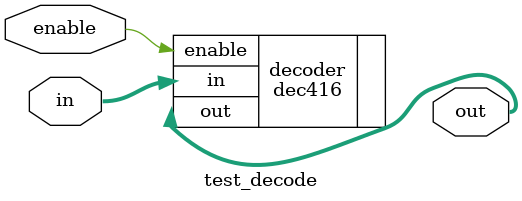
<source format=sv>
module test_decode (
    input logic [3:0] in,  //in: 4-bit input signal
    input enable,        //enable: enable signal
    output logic [15:0] out //out: 16-bit output signal
);

// The dec416 decoder module is instantiated inside this module
// And its inputs and outputs are connected to the inputs and outputs of this module respectively.
    dec416 decoder (
        .in(in),    //in: 4-bit input signal (connected to in)
        .enable(enable),    //enable: enable signal (connected to enable)
        .out(out)   //out: 16-bit output signal
    );

endmodule

</source>
